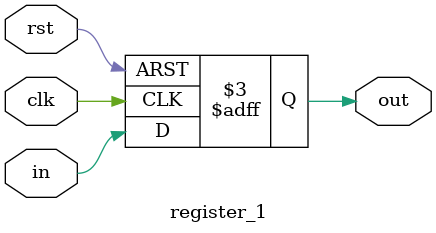
<source format=v>
`timescale 1ps/1ps

module register_1 (in, out, rst, clk);

	input rst,clk, in;
	output out;
	reg out;

  always @ (negedge rst or posedge clk) begin
	
      if(rst == 0)begin
      	out <= #1 1'b0;
      end
      else begin
      	out <= #1 in;
      end

  end

endmodule

</source>
